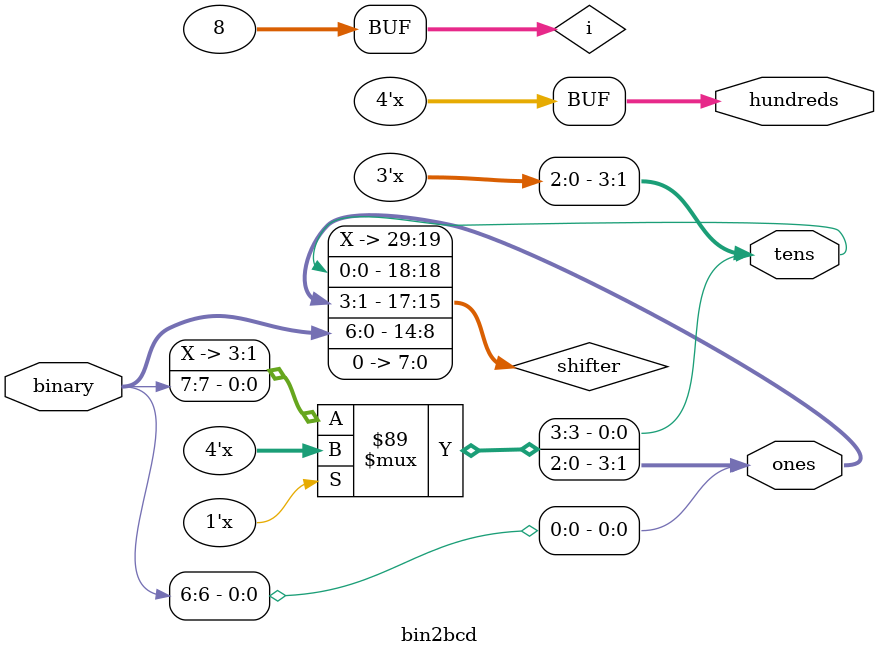
<source format=v>
module bin2bcd(
   input [7:0] binary,
    output reg [3:0] hundreds =0 ,
    output reg [3:0] tens = 0,
    output reg [3:0] ones = 0
    ); 
reg [29:0]shifter=0; 
integer i; 
always@(binary) 
begin 
    shifter[7:0] = binary; 
    
    for (i = 0; i< 8; i = i+1) begin 
        if (shifter[17:14] >= 5) 
            shifter[17:14] = shifter[17:14] + 3; 
        if (shifter[21:18] >= 5)             
            shifter[21:18] = shifter[21:18] + 3;
        if (shifter[25:22] >= 5)             
            shifter[25:22] = shifter[25:22] + 3; 
        if (shifter[29:26] >= 5)              
            shifter[29:26] = shifter[29:26] + 3; 
        shifter = shifter  << 1;    
      
    end  

    hundreds = shifter[25:22];
    tens = shifter[21:18];
    ones = shifter[17:14];
end
endmodule
</source>
